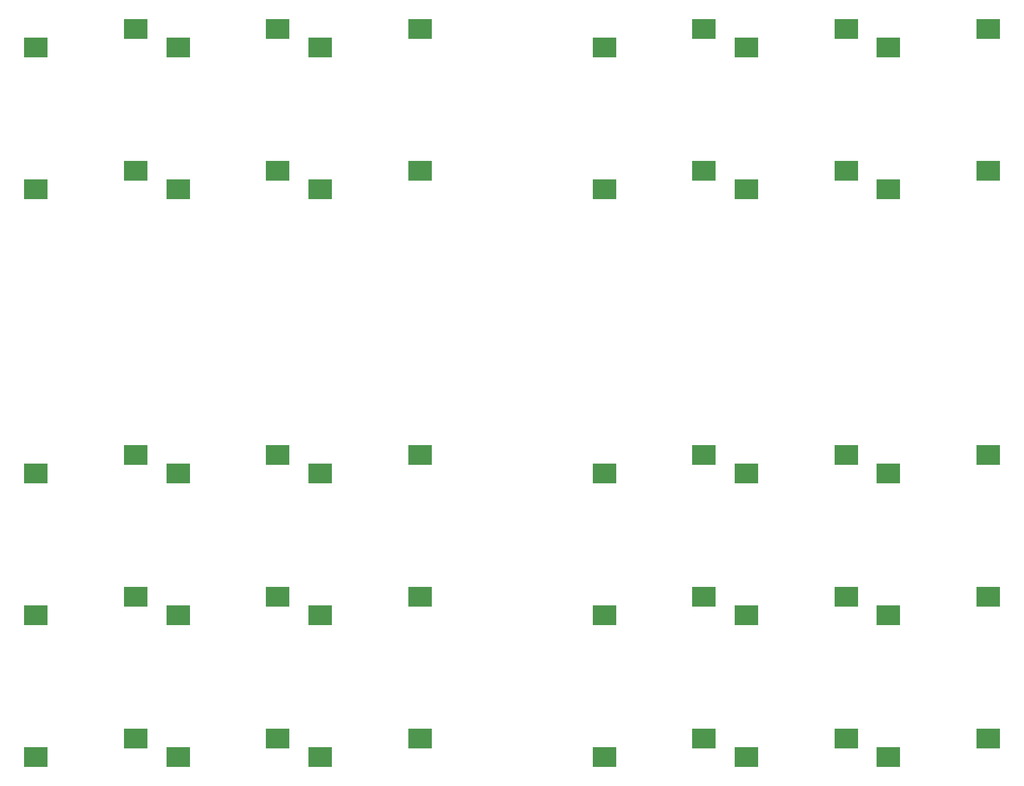
<source format=gbr>
%TF.GenerationSoftware,KiCad,Pcbnew,9.0.7*%
%TF.CreationDate,2026-01-24T03:10:21+09:00*%
%TF.ProjectId,YmmKeyboardMX,596d6d4b-6579-4626-9f61-72644d582e6b,rev?*%
%TF.SameCoordinates,Original*%
%TF.FileFunction,Paste,Bot*%
%TF.FilePolarity,Positive*%
%FSLAX46Y46*%
G04 Gerber Fmt 4.6, Leading zero omitted, Abs format (unit mm)*
G04 Created by KiCad (PCBNEW 9.0.7) date 2026-01-24 03:10:21*
%MOMM*%
%LPD*%
G01*
G04 APERTURE LIST*
%ADD10R,3.200000X2.780000*%
G04 APERTURE END LIST*
D10*
%TO.C,211*%
X65220000Y-103430000D03*
X51537000Y-105970000D03*
%TD*%
%TO.C,SW00*%
X45720000Y-44930000D03*
X32037000Y-47470000D03*
%TD*%
%TO.C,SW01*%
X65220000Y-44930000D03*
X51537000Y-47470000D03*
%TD*%
%TO.C,SW02*%
X84720000Y-44930000D03*
X71037000Y-47470000D03*
%TD*%
%TO.C,SW03*%
X123720000Y-44930000D03*
X110037000Y-47470000D03*
%TD*%
%TO.C,SW04*%
X143220000Y-44930000D03*
X129537000Y-47470000D03*
%TD*%
%TO.C,SW05*%
X162720000Y-44930000D03*
X149037000Y-47470000D03*
%TD*%
%TO.C,SW10*%
X45720000Y-64430000D03*
X32037000Y-66970000D03*
%TD*%
%TO.C,SW11*%
X65220000Y-64430000D03*
X51537000Y-66970000D03*
%TD*%
%TO.C,SW12*%
X84720000Y-64430000D03*
X71037000Y-66970000D03*
%TD*%
%TO.C,SW13*%
X123720000Y-64430000D03*
X110037000Y-66970000D03*
%TD*%
%TO.C,SW14*%
X143220000Y-64430000D03*
X129537000Y-66970000D03*
%TD*%
%TO.C,SW15*%
X162720000Y-64430000D03*
X149037000Y-66970000D03*
%TD*%
%TO.C,SW20*%
X45720000Y-103430000D03*
X32037000Y-105970000D03*
%TD*%
%TO.C,SW22*%
X84720000Y-103430000D03*
X71037000Y-105970000D03*
%TD*%
%TO.C,SW23*%
X123720000Y-103430000D03*
X110037000Y-105970000D03*
%TD*%
%TO.C,SW24*%
X143220000Y-103430000D03*
X129537000Y-105970000D03*
%TD*%
%TO.C,SW25*%
X162720000Y-103430000D03*
X149037000Y-105970000D03*
%TD*%
%TO.C,SW30*%
X45720000Y-122930000D03*
X32037000Y-125470000D03*
%TD*%
%TO.C,SW31*%
X65220000Y-122930000D03*
X51537000Y-125470000D03*
%TD*%
%TO.C,SW32*%
X84720000Y-122930000D03*
X71037000Y-125470000D03*
%TD*%
%TO.C,SW33*%
X123720000Y-122930000D03*
X110037000Y-125470000D03*
%TD*%
%TO.C,SW34*%
X143220000Y-122930000D03*
X129537000Y-125470000D03*
%TD*%
%TO.C,SW35*%
X162720000Y-122930000D03*
X149037000Y-125470000D03*
%TD*%
%TO.C,SW40*%
X45720000Y-142430000D03*
X32037000Y-144970000D03*
%TD*%
%TO.C,SW41*%
X65220000Y-142430000D03*
X51537000Y-144970000D03*
%TD*%
%TO.C,SW42*%
X84720000Y-142430000D03*
X71037000Y-144970000D03*
%TD*%
%TO.C,SW43*%
X123720000Y-142430000D03*
X110037000Y-144970000D03*
%TD*%
%TO.C,SW44*%
X143220000Y-142430000D03*
X129537000Y-144970000D03*
%TD*%
%TO.C,SW45*%
X162720000Y-142430000D03*
X149037000Y-144970000D03*
%TD*%
M02*

</source>
